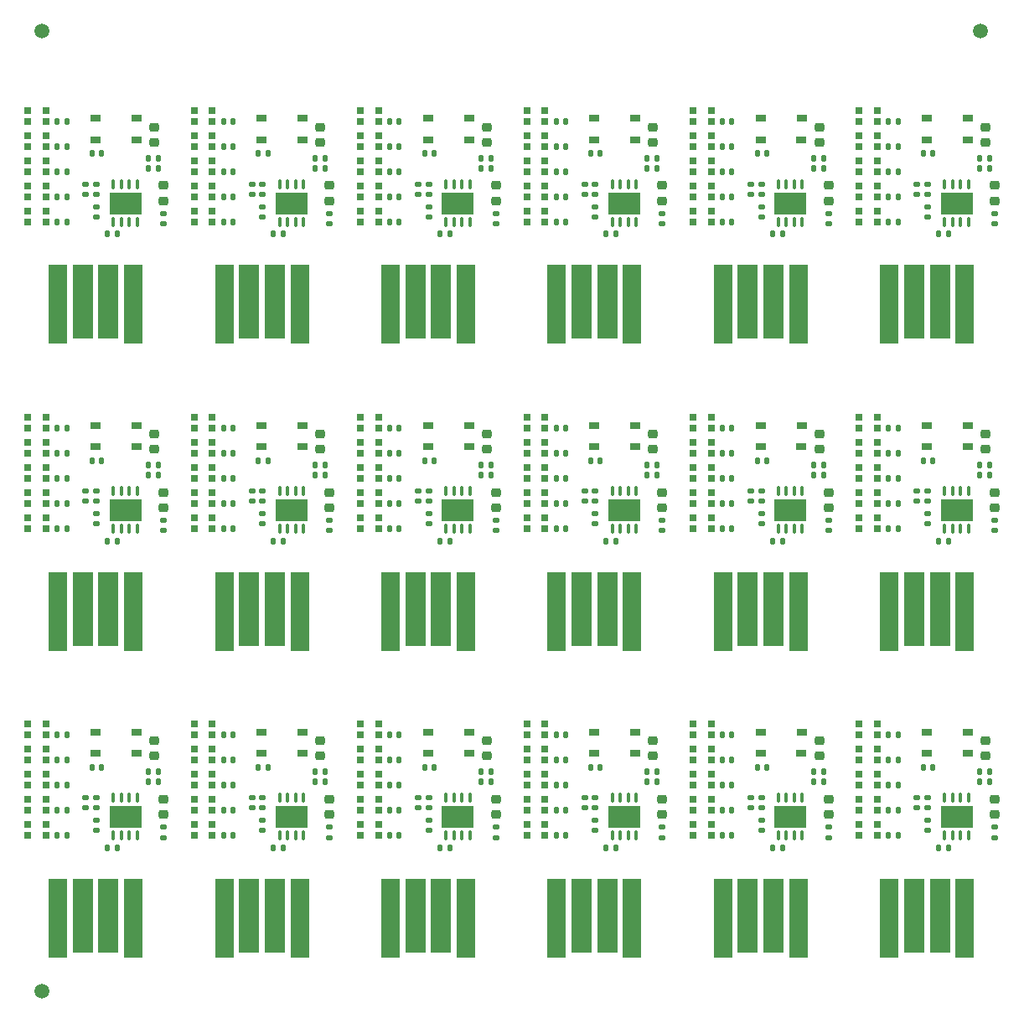
<source format=gts>
G04 #@! TF.GenerationSoftware,KiCad,Pcbnew,6.0.11-2627ca5db0~126~ubuntu22.04.1*
G04 #@! TF.CreationDate,2023-04-06T22:24:34+02:00*
G04 #@! TF.ProjectId,panel,70616e65-6c2e-46b6-9963-61645f706362,rev?*
G04 #@! TF.SameCoordinates,Original*
G04 #@! TF.FileFunction,Soldermask,Top*
G04 #@! TF.FilePolarity,Negative*
%FSLAX46Y46*%
G04 Gerber Fmt 4.6, Leading zero omitted, Abs format (unit mm)*
G04 Created by KiCad (PCBNEW 6.0.11-2627ca5db0~126~ubuntu22.04.1) date 2023-04-06 22:24:34*
%MOMM*%
%LPD*%
G01*
G04 APERTURE LIST*
G04 Aperture macros list*
%AMRoundRect*
0 Rectangle with rounded corners*
0 $1 Rounding radius*
0 $2 $3 $4 $5 $6 $7 $8 $9 X,Y pos of 4 corners*
0 Add a 4 corners polygon primitive as box body*
4,1,4,$2,$3,$4,$5,$6,$7,$8,$9,$2,$3,0*
0 Add four circle primitives for the rounded corners*
1,1,$1+$1,$2,$3*
1,1,$1+$1,$4,$5*
1,1,$1+$1,$6,$7*
1,1,$1+$1,$8,$9*
0 Add four rect primitives between the rounded corners*
20,1,$1+$1,$2,$3,$4,$5,0*
20,1,$1+$1,$4,$5,$6,$7,0*
20,1,$1+$1,$6,$7,$8,$9,0*
20,1,$1+$1,$8,$9,$2,$3,0*%
G04 Aperture macros list end*
%ADD10RoundRect,0.225000X0.250000X-0.225000X0.250000X0.225000X-0.250000X0.225000X-0.250000X-0.225000X0*%
%ADD11R,1.050000X0.650000*%
%ADD12R,1.900000X8.000000*%
%ADD13R,2.000000X7.500000*%
%ADD14R,0.700000X0.700000*%
%ADD15RoundRect,0.135000X0.185000X-0.135000X0.185000X0.135000X-0.185000X0.135000X-0.185000X-0.135000X0*%
%ADD16RoundRect,0.218750X0.256250X-0.218750X0.256250X0.218750X-0.256250X0.218750X-0.256250X-0.218750X0*%
%ADD17RoundRect,0.140000X-0.140000X-0.170000X0.140000X-0.170000X0.140000X0.170000X-0.140000X0.170000X0*%
%ADD18RoundRect,0.087500X-0.087500X0.387500X-0.087500X-0.387500X0.087500X-0.387500X0.087500X0.387500X0*%
%ADD19R,3.240000X2.300000*%
%ADD20RoundRect,0.135000X0.135000X0.185000X-0.135000X0.185000X-0.135000X-0.185000X0.135000X-0.185000X0*%
%ADD21RoundRect,0.140000X0.140000X0.170000X-0.140000X0.170000X-0.140000X-0.170000X0.140000X-0.170000X0*%
%ADD22RoundRect,0.135000X-0.135000X-0.185000X0.135000X-0.185000X0.135000X0.185000X-0.135000X0.185000X0*%
%ADD23C,1.500000*%
G04 APERTURE END LIST*
D10*
G04 #@! TO.C,C6*
X81020000Y-43740000D03*
X81020000Y-42190000D03*
G04 #@! TD*
D11*
G04 #@! TO.C,SW1*
X12045000Y-41315000D03*
X7895000Y-41315000D03*
X7895000Y-43465000D03*
X12020000Y-43465000D03*
G04 #@! TD*
D12*
G04 #@! TO.C,J1*
X95710000Y-60100000D03*
D13*
X93200000Y-59850000D03*
X90600000Y-59850000D03*
D12*
X88090000Y-60100000D03*
G04 #@! TD*
D14*
G04 #@! TO.C,D5*
X1055000Y-9500000D03*
X1055000Y-10600000D03*
X2885000Y-10600000D03*
X2885000Y-9500000D03*
G04 #@! TD*
D15*
G04 #@! TO.C,R2*
X41580000Y-79990000D03*
X41580000Y-78970000D03*
G04 #@! TD*
D16*
G04 #@! TO.C,D6*
X14750000Y-80662500D03*
X14750000Y-79087500D03*
G04 #@! TD*
D17*
G04 #@! TO.C,C3*
X71220000Y-77680000D03*
X72180000Y-77680000D03*
G04 #@! TD*
D18*
G04 #@! TO.C,U1*
X28900000Y-78970000D03*
X28100000Y-78970000D03*
X27300000Y-78970000D03*
X26500000Y-78970000D03*
X26500000Y-82770000D03*
X27300000Y-82770000D03*
X28100000Y-82770000D03*
X28900000Y-82770000D03*
D19*
X27700000Y-80870000D03*
G04 #@! TD*
D14*
G04 #@! TO.C,D1*
X1055000Y-19660000D03*
X1055000Y-20760000D03*
X2885000Y-20760000D03*
X2885000Y-19660000D03*
G04 #@! TD*
D17*
G04 #@! TO.C,C1*
X37620000Y-51760000D03*
X38580000Y-51760000D03*
G04 #@! TD*
D14*
G04 #@! TO.C,D2*
X34655000Y-17120000D03*
X34655000Y-18220000D03*
X36485000Y-18220000D03*
X36485000Y-17120000D03*
G04 #@! TD*
G04 #@! TO.C,D4*
X1055000Y-74040000D03*
X1055000Y-75140000D03*
X2885000Y-75140000D03*
X2885000Y-74040000D03*
G04 #@! TD*
D12*
G04 #@! TO.C,J1*
X62110000Y-91100000D03*
D13*
X59600000Y-90850000D03*
X57000000Y-90850000D03*
D12*
X54490000Y-91100000D03*
G04 #@! TD*
D15*
G04 #@! TO.C,R3*
X23700000Y-79990000D03*
X23700000Y-78970000D03*
G04 #@! TD*
D20*
G04 #@! TO.C,R4*
X81460000Y-45320000D03*
X80440000Y-45320000D03*
G04 #@! TD*
D21*
G04 #@! TO.C,C8*
X58900000Y-44860000D03*
X57940000Y-44860000D03*
G04 #@! TD*
D15*
G04 #@! TO.C,R6*
X14750000Y-51960000D03*
X14750000Y-50940000D03*
G04 #@! TD*
D14*
G04 #@! TO.C,D4*
X34655000Y-12040000D03*
X34655000Y-13140000D03*
X36485000Y-13140000D03*
X36485000Y-12040000D03*
G04 #@! TD*
D12*
G04 #@! TO.C,J1*
X78910000Y-91100000D03*
D13*
X76400000Y-90850000D03*
X73800000Y-90850000D03*
D12*
X71290000Y-91100000D03*
G04 #@! TD*
D16*
G04 #@! TO.C,D6*
X65150000Y-49662500D03*
X65150000Y-48087500D03*
G04 #@! TD*
D10*
G04 #@! TO.C,C6*
X81020000Y-12740000D03*
X81020000Y-11190000D03*
G04 #@! TD*
D14*
G04 #@! TO.C,D1*
X68255000Y-19660000D03*
X68255000Y-20760000D03*
X70085000Y-20760000D03*
X70085000Y-19660000D03*
G04 #@! TD*
G04 #@! TO.C,D1*
X17855000Y-19660000D03*
X17855000Y-20760000D03*
X19685000Y-20760000D03*
X19685000Y-19660000D03*
G04 #@! TD*
D22*
G04 #@! TO.C,R1*
X59470000Y-21990000D03*
X60490000Y-21990000D03*
G04 #@! TD*
D17*
G04 #@! TO.C,C4*
X20820000Y-13140000D03*
X21780000Y-13140000D03*
G04 #@! TD*
G04 #@! TO.C,C4*
X37620000Y-44140000D03*
X38580000Y-44140000D03*
G04 #@! TD*
D15*
G04 #@! TO.C,R2*
X24780000Y-17990000D03*
X24780000Y-16970000D03*
G04 #@! TD*
D17*
G04 #@! TO.C,C3*
X4020000Y-15680000D03*
X4980000Y-15680000D03*
G04 #@! TD*
D15*
G04 #@! TO.C,R3*
X74100000Y-17990000D03*
X74100000Y-16970000D03*
G04 #@! TD*
D17*
G04 #@! TO.C,C1*
X71220000Y-51760000D03*
X72180000Y-51760000D03*
G04 #@! TD*
D22*
G04 #@! TO.C,R1*
X42670000Y-83990000D03*
X43690000Y-83990000D03*
G04 #@! TD*
D16*
G04 #@! TO.C,D6*
X65150000Y-18662500D03*
X65150000Y-17087500D03*
G04 #@! TD*
D17*
G04 #@! TO.C,C4*
X4020000Y-44140000D03*
X4980000Y-44140000D03*
G04 #@! TD*
D14*
G04 #@! TO.C,D5*
X68255000Y-71500000D03*
X68255000Y-72600000D03*
X70085000Y-72600000D03*
X70085000Y-71500000D03*
G04 #@! TD*
D17*
G04 #@! TO.C,C2*
X88020000Y-18220000D03*
X88980000Y-18220000D03*
G04 #@! TD*
G04 #@! TO.C,C2*
X71220000Y-49220000D03*
X72180000Y-49220000D03*
G04 #@! TD*
G04 #@! TO.C,C3*
X37620000Y-77680000D03*
X38580000Y-77680000D03*
G04 #@! TD*
D12*
G04 #@! TO.C,J1*
X95710000Y-91100000D03*
D13*
X93200000Y-90850000D03*
X90600000Y-90850000D03*
D12*
X88090000Y-91100000D03*
G04 #@! TD*
D20*
G04 #@! TO.C,R4*
X31060000Y-14320000D03*
X30040000Y-14320000D03*
G04 #@! TD*
G04 #@! TO.C,R4*
X47860000Y-76320000D03*
X46840000Y-76320000D03*
G04 #@! TD*
D14*
G04 #@! TO.C,D2*
X68255000Y-48120000D03*
X68255000Y-49220000D03*
X70085000Y-49220000D03*
X70085000Y-48120000D03*
G04 #@! TD*
G04 #@! TO.C,D5*
X68255000Y-40500000D03*
X68255000Y-41600000D03*
X70085000Y-41600000D03*
X70085000Y-40500000D03*
G04 #@! TD*
G04 #@! TO.C,D5*
X68255000Y-9500000D03*
X68255000Y-10600000D03*
X70085000Y-10600000D03*
X70085000Y-9500000D03*
G04 #@! TD*
D11*
G04 #@! TO.C,SW1*
X12045000Y-72315000D03*
X7895000Y-72315000D03*
X7895000Y-74465000D03*
X12020000Y-74465000D03*
G04 #@! TD*
D15*
G04 #@! TO.C,R6*
X81950000Y-20960000D03*
X81950000Y-19940000D03*
G04 #@! TD*
D14*
G04 #@! TO.C,D3*
X1055000Y-14580000D03*
X1055000Y-15680000D03*
X2885000Y-15680000D03*
X2885000Y-14580000D03*
G04 #@! TD*
G04 #@! TO.C,D4*
X17855000Y-43040000D03*
X17855000Y-44140000D03*
X19685000Y-44140000D03*
X19685000Y-43040000D03*
G04 #@! TD*
D17*
G04 #@! TO.C,C2*
X54420000Y-49220000D03*
X55380000Y-49220000D03*
G04 #@! TD*
G04 #@! TO.C,C4*
X88020000Y-13140000D03*
X88980000Y-13140000D03*
G04 #@! TD*
D20*
G04 #@! TO.C,R5*
X64660000Y-46325000D03*
X63640000Y-46325000D03*
G04 #@! TD*
D23*
G04 #@! TO.C,REF\u002A\u002A*
X97300000Y-1500000D03*
G04 #@! TD*
D20*
G04 #@! TO.C,R5*
X31060000Y-77325000D03*
X30040000Y-77325000D03*
G04 #@! TD*
D17*
G04 #@! TO.C,C4*
X71220000Y-75140000D03*
X72180000Y-75140000D03*
G04 #@! TD*
D10*
G04 #@! TO.C,C6*
X81020000Y-74740000D03*
X81020000Y-73190000D03*
G04 #@! TD*
D15*
G04 #@! TO.C,R7*
X58380000Y-51260000D03*
X58380000Y-50240000D03*
G04 #@! TD*
D11*
G04 #@! TO.C,SW1*
X91895000Y-41315000D03*
X96045000Y-41315000D03*
X96020000Y-43465000D03*
X91895000Y-43465000D03*
G04 #@! TD*
D14*
G04 #@! TO.C,D4*
X17855000Y-74040000D03*
X17855000Y-75140000D03*
X19685000Y-75140000D03*
X19685000Y-74040000D03*
G04 #@! TD*
G04 #@! TO.C,D4*
X85055000Y-43040000D03*
X85055000Y-44140000D03*
X86885000Y-44140000D03*
X86885000Y-43040000D03*
G04 #@! TD*
D15*
G04 #@! TO.C,R6*
X48350000Y-82960000D03*
X48350000Y-81940000D03*
G04 #@! TD*
G04 #@! TO.C,R6*
X31550000Y-20960000D03*
X31550000Y-19940000D03*
G04 #@! TD*
D17*
G04 #@! TO.C,C5*
X37620000Y-41600000D03*
X38580000Y-41600000D03*
G04 #@! TD*
D20*
G04 #@! TO.C,R5*
X14260000Y-77325000D03*
X13240000Y-77325000D03*
G04 #@! TD*
D17*
G04 #@! TO.C,C1*
X37620000Y-20760000D03*
X38580000Y-20760000D03*
G04 #@! TD*
D15*
G04 #@! TO.C,R7*
X41580000Y-20260000D03*
X41580000Y-19240000D03*
G04 #@! TD*
G04 #@! TO.C,R2*
X75180000Y-48990000D03*
X75180000Y-47970000D03*
G04 #@! TD*
D16*
G04 #@! TO.C,D6*
X14750000Y-49662500D03*
X14750000Y-48087500D03*
G04 #@! TD*
D15*
G04 #@! TO.C,R3*
X6900000Y-48990000D03*
X6900000Y-47970000D03*
G04 #@! TD*
D17*
G04 #@! TO.C,C3*
X37620000Y-46680000D03*
X38580000Y-46680000D03*
G04 #@! TD*
D11*
G04 #@! TO.C,SW1*
X62445000Y-41315000D03*
X58295000Y-41315000D03*
X58295000Y-43465000D03*
X62420000Y-43465000D03*
G04 #@! TD*
D15*
G04 #@! TO.C,R7*
X24780000Y-82260000D03*
X24780000Y-81240000D03*
G04 #@! TD*
D21*
G04 #@! TO.C,C8*
X58900000Y-75860000D03*
X57940000Y-75860000D03*
G04 #@! TD*
D15*
G04 #@! TO.C,R7*
X41580000Y-82260000D03*
X41580000Y-81240000D03*
G04 #@! TD*
D20*
G04 #@! TO.C,R5*
X31060000Y-15325000D03*
X30040000Y-15325000D03*
G04 #@! TD*
D14*
G04 #@! TO.C,D5*
X51455000Y-9500000D03*
X51455000Y-10600000D03*
X53285000Y-10600000D03*
X53285000Y-9500000D03*
G04 #@! TD*
D17*
G04 #@! TO.C,C5*
X20820000Y-72600000D03*
X21780000Y-72600000D03*
G04 #@! TD*
D16*
G04 #@! TO.C,D6*
X48350000Y-49662500D03*
X48350000Y-48087500D03*
G04 #@! TD*
D17*
G04 #@! TO.C,C1*
X54420000Y-20760000D03*
X55380000Y-20760000D03*
G04 #@! TD*
D12*
G04 #@! TO.C,J1*
X11710000Y-91100000D03*
D13*
X9200000Y-90850000D03*
X6600000Y-90850000D03*
D12*
X4090000Y-91100000D03*
G04 #@! TD*
D17*
G04 #@! TO.C,C3*
X20820000Y-77680000D03*
X21780000Y-77680000D03*
G04 #@! TD*
D15*
G04 #@! TO.C,R6*
X81950000Y-82960000D03*
X81950000Y-81940000D03*
G04 #@! TD*
D14*
G04 #@! TO.C,D2*
X51455000Y-17120000D03*
X51455000Y-18220000D03*
X53285000Y-18220000D03*
X53285000Y-17120000D03*
G04 #@! TD*
D16*
G04 #@! TO.C,D6*
X31550000Y-49662500D03*
X31550000Y-48087500D03*
G04 #@! TD*
D20*
G04 #@! TO.C,R5*
X81460000Y-77325000D03*
X80440000Y-77325000D03*
G04 #@! TD*
D22*
G04 #@! TO.C,R1*
X42670000Y-52990000D03*
X43690000Y-52990000D03*
G04 #@! TD*
D15*
G04 #@! TO.C,R7*
X75180000Y-20260000D03*
X75180000Y-19240000D03*
G04 #@! TD*
D14*
G04 #@! TO.C,D4*
X68255000Y-12040000D03*
X68255000Y-13140000D03*
X70085000Y-13140000D03*
X70085000Y-12040000D03*
G04 #@! TD*
D17*
G04 #@! TO.C,C1*
X54420000Y-51760000D03*
X55380000Y-51760000D03*
G04 #@! TD*
D15*
G04 #@! TO.C,R7*
X24780000Y-51260000D03*
X24780000Y-50240000D03*
G04 #@! TD*
D14*
G04 #@! TO.C,D5*
X85055000Y-71500000D03*
X85055000Y-72600000D03*
X86885000Y-72600000D03*
X86885000Y-71500000D03*
G04 #@! TD*
G04 #@! TO.C,D3*
X68255000Y-14580000D03*
X68255000Y-15680000D03*
X70085000Y-15680000D03*
X70085000Y-14580000D03*
G04 #@! TD*
D23*
G04 #@! TO.C,REF\u002A\u002A*
X2500000Y-98500000D03*
G04 #@! TD*
D15*
G04 #@! TO.C,R2*
X58380000Y-17990000D03*
X58380000Y-16970000D03*
G04 #@! TD*
D21*
G04 #@! TO.C,C8*
X25300000Y-13860000D03*
X24340000Y-13860000D03*
G04 #@! TD*
D14*
G04 #@! TO.C,D3*
X51455000Y-45580000D03*
X51455000Y-46680000D03*
X53285000Y-46680000D03*
X53285000Y-45580000D03*
G04 #@! TD*
D15*
G04 #@! TO.C,R3*
X57300000Y-79990000D03*
X57300000Y-78970000D03*
G04 #@! TD*
D12*
G04 #@! TO.C,J1*
X78910000Y-29100000D03*
D13*
X76400000Y-28850000D03*
X73800000Y-28850000D03*
D12*
X71290000Y-29100000D03*
G04 #@! TD*
D15*
G04 #@! TO.C,R3*
X23700000Y-48990000D03*
X23700000Y-47970000D03*
G04 #@! TD*
G04 #@! TO.C,R7*
X58380000Y-82260000D03*
X58380000Y-81240000D03*
G04 #@! TD*
D20*
G04 #@! TO.C,R4*
X31060000Y-45320000D03*
X30040000Y-45320000D03*
G04 #@! TD*
D22*
G04 #@! TO.C,R1*
X93070000Y-52990000D03*
X94090000Y-52990000D03*
G04 #@! TD*
D17*
G04 #@! TO.C,C4*
X20820000Y-75140000D03*
X21780000Y-75140000D03*
G04 #@! TD*
D10*
G04 #@! TO.C,C6*
X13820000Y-74740000D03*
X13820000Y-73190000D03*
G04 #@! TD*
D14*
G04 #@! TO.C,D4*
X51455000Y-12040000D03*
X51455000Y-13140000D03*
X53285000Y-13140000D03*
X53285000Y-12040000D03*
G04 #@! TD*
D15*
G04 #@! TO.C,R3*
X74100000Y-48990000D03*
X74100000Y-47970000D03*
G04 #@! TD*
D20*
G04 #@! TO.C,R4*
X64660000Y-45320000D03*
X63640000Y-45320000D03*
G04 #@! TD*
D17*
G04 #@! TO.C,C2*
X20820000Y-80220000D03*
X21780000Y-80220000D03*
G04 #@! TD*
D15*
G04 #@! TO.C,R2*
X75180000Y-79990000D03*
X75180000Y-78970000D03*
G04 #@! TD*
D14*
G04 #@! TO.C,D3*
X17855000Y-14580000D03*
X17855000Y-15680000D03*
X19685000Y-15680000D03*
X19685000Y-14580000D03*
G04 #@! TD*
D12*
G04 #@! TO.C,J1*
X78910000Y-60100000D03*
D13*
X76400000Y-59850000D03*
X73800000Y-59850000D03*
D12*
X71290000Y-60100000D03*
G04 #@! TD*
G04 #@! TO.C,J1*
X28510000Y-29100000D03*
D13*
X26000000Y-28850000D03*
X23400000Y-28850000D03*
D12*
X20890000Y-29100000D03*
G04 #@! TD*
D14*
G04 #@! TO.C,D3*
X51455000Y-14580000D03*
X51455000Y-15680000D03*
X53285000Y-15680000D03*
X53285000Y-14580000D03*
G04 #@! TD*
D17*
G04 #@! TO.C,C2*
X71220000Y-18220000D03*
X72180000Y-18220000D03*
G04 #@! TD*
D20*
G04 #@! TO.C,R5*
X64660000Y-77325000D03*
X63640000Y-77325000D03*
G04 #@! TD*
D17*
G04 #@! TO.C,C5*
X71220000Y-72600000D03*
X72180000Y-72600000D03*
G04 #@! TD*
D14*
G04 #@! TO.C,D2*
X51455000Y-79120000D03*
X51455000Y-80220000D03*
X53285000Y-80220000D03*
X53285000Y-79120000D03*
G04 #@! TD*
D10*
G04 #@! TO.C,C6*
X97820000Y-74740000D03*
X97820000Y-73190000D03*
G04 #@! TD*
D17*
G04 #@! TO.C,C5*
X4020000Y-41600000D03*
X4980000Y-41600000D03*
G04 #@! TD*
D12*
G04 #@! TO.C,J1*
X62110000Y-29100000D03*
D13*
X59600000Y-28850000D03*
X57000000Y-28850000D03*
D12*
X54490000Y-29100000D03*
G04 #@! TD*
D14*
G04 #@! TO.C,D3*
X68255000Y-45580000D03*
X68255000Y-46680000D03*
X70085000Y-46680000D03*
X70085000Y-45580000D03*
G04 #@! TD*
D18*
G04 #@! TO.C,U1*
X45700000Y-47970000D03*
X44900000Y-47970000D03*
X44100000Y-47970000D03*
X43300000Y-47970000D03*
X43300000Y-51770000D03*
X44100000Y-51770000D03*
X44900000Y-51770000D03*
X45700000Y-51770000D03*
D19*
X44500000Y-49870000D03*
G04 #@! TD*
D17*
G04 #@! TO.C,C1*
X88020000Y-82760000D03*
X88980000Y-82760000D03*
G04 #@! TD*
G04 #@! TO.C,C1*
X88020000Y-51760000D03*
X88980000Y-51760000D03*
G04 #@! TD*
D20*
G04 #@! TO.C,R4*
X64660000Y-14320000D03*
X63640000Y-14320000D03*
G04 #@! TD*
D22*
G04 #@! TO.C,R1*
X9070000Y-21990000D03*
X10090000Y-21990000D03*
G04 #@! TD*
D17*
G04 #@! TO.C,C2*
X54420000Y-80220000D03*
X55380000Y-80220000D03*
G04 #@! TD*
G04 #@! TO.C,C5*
X4020000Y-72600000D03*
X4980000Y-72600000D03*
G04 #@! TD*
D14*
G04 #@! TO.C,D3*
X34655000Y-14580000D03*
X34655000Y-15680000D03*
X36485000Y-15680000D03*
X36485000Y-14580000D03*
G04 #@! TD*
D11*
G04 #@! TO.C,SW1*
X45645000Y-72315000D03*
X41495000Y-72315000D03*
X41495000Y-74465000D03*
X45620000Y-74465000D03*
G04 #@! TD*
D14*
G04 #@! TO.C,D1*
X68255000Y-50660000D03*
X68255000Y-51760000D03*
X70085000Y-51760000D03*
X70085000Y-50660000D03*
G04 #@! TD*
D17*
G04 #@! TO.C,C4*
X4020000Y-13140000D03*
X4980000Y-13140000D03*
G04 #@! TD*
D22*
G04 #@! TO.C,R1*
X42670000Y-21990000D03*
X43690000Y-21990000D03*
G04 #@! TD*
D17*
G04 #@! TO.C,C4*
X20820000Y-44140000D03*
X21780000Y-44140000D03*
G04 #@! TD*
D20*
G04 #@! TO.C,R4*
X98260000Y-14320000D03*
X97240000Y-14320000D03*
G04 #@! TD*
D14*
G04 #@! TO.C,D4*
X68255000Y-74040000D03*
X68255000Y-75140000D03*
X70085000Y-75140000D03*
X70085000Y-74040000D03*
G04 #@! TD*
D11*
G04 #@! TO.C,SW1*
X96045000Y-72315000D03*
X91895000Y-72315000D03*
X96020000Y-74465000D03*
X91895000Y-74465000D03*
G04 #@! TD*
D17*
G04 #@! TO.C,C4*
X37620000Y-75140000D03*
X38580000Y-75140000D03*
G04 #@! TD*
G04 #@! TO.C,C4*
X54420000Y-13140000D03*
X55380000Y-13140000D03*
G04 #@! TD*
D16*
G04 #@! TO.C,D6*
X81950000Y-80662500D03*
X81950000Y-79087500D03*
G04 #@! TD*
D21*
G04 #@! TO.C,C8*
X25300000Y-75860000D03*
X24340000Y-75860000D03*
G04 #@! TD*
D10*
G04 #@! TO.C,C6*
X30620000Y-74740000D03*
X30620000Y-73190000D03*
G04 #@! TD*
D11*
G04 #@! TO.C,SW1*
X96045000Y-10315000D03*
X91895000Y-10315000D03*
X91895000Y-12465000D03*
X96020000Y-12465000D03*
G04 #@! TD*
D20*
G04 #@! TO.C,R4*
X14260000Y-14320000D03*
X13240000Y-14320000D03*
G04 #@! TD*
D14*
G04 #@! TO.C,D3*
X34655000Y-76580000D03*
X34655000Y-77680000D03*
X36485000Y-77680000D03*
X36485000Y-76580000D03*
G04 #@! TD*
D18*
G04 #@! TO.C,U1*
X12100000Y-78970000D03*
X11300000Y-78970000D03*
X10500000Y-78970000D03*
X9700000Y-78970000D03*
X9700000Y-82770000D03*
X10500000Y-82770000D03*
X11300000Y-82770000D03*
X12100000Y-82770000D03*
D19*
X10900000Y-80870000D03*
G04 #@! TD*
D14*
G04 #@! TO.C,D5*
X34655000Y-40500000D03*
X34655000Y-41600000D03*
X36485000Y-41600000D03*
X36485000Y-40500000D03*
G04 #@! TD*
D15*
G04 #@! TO.C,R3*
X23700000Y-17990000D03*
X23700000Y-16970000D03*
G04 #@! TD*
G04 #@! TO.C,R6*
X98750000Y-20960000D03*
X98750000Y-19940000D03*
G04 #@! TD*
D22*
G04 #@! TO.C,R1*
X76270000Y-21990000D03*
X77290000Y-21990000D03*
G04 #@! TD*
D20*
G04 #@! TO.C,R4*
X14260000Y-45320000D03*
X13240000Y-45320000D03*
G04 #@! TD*
D15*
G04 #@! TO.C,R2*
X91980000Y-79990000D03*
X91980000Y-78970000D03*
G04 #@! TD*
D14*
G04 #@! TO.C,D3*
X85055000Y-14580000D03*
X85055000Y-15680000D03*
X86885000Y-15680000D03*
X86885000Y-14580000D03*
G04 #@! TD*
D17*
G04 #@! TO.C,C2*
X88020000Y-49220000D03*
X88980000Y-49220000D03*
G04 #@! TD*
D14*
G04 #@! TO.C,D3*
X17855000Y-45580000D03*
X17855000Y-46680000D03*
X19685000Y-46680000D03*
X19685000Y-45580000D03*
G04 #@! TD*
D18*
G04 #@! TO.C,U1*
X62500000Y-78970000D03*
X61700000Y-78970000D03*
X60900000Y-78970000D03*
X60100000Y-78970000D03*
X60100000Y-82770000D03*
X60900000Y-82770000D03*
X61700000Y-82770000D03*
X62500000Y-82770000D03*
D19*
X61300000Y-80870000D03*
G04 #@! TD*
D11*
G04 #@! TO.C,SW1*
X79245000Y-41315000D03*
X75095000Y-41315000D03*
X75095000Y-43465000D03*
X79220000Y-43465000D03*
G04 #@! TD*
D15*
G04 #@! TO.C,R6*
X98750000Y-82960000D03*
X98750000Y-81940000D03*
G04 #@! TD*
D10*
G04 #@! TO.C,C6*
X64220000Y-43740000D03*
X64220000Y-42190000D03*
G04 #@! TD*
G04 #@! TO.C,C6*
X97820000Y-43740000D03*
X97820000Y-42190000D03*
G04 #@! TD*
D17*
G04 #@! TO.C,C3*
X54420000Y-77680000D03*
X55380000Y-77680000D03*
G04 #@! TD*
D15*
G04 #@! TO.C,R6*
X14750000Y-82960000D03*
X14750000Y-81940000D03*
G04 #@! TD*
D21*
G04 #@! TO.C,C8*
X25300000Y-44860000D03*
X24340000Y-44860000D03*
G04 #@! TD*
D14*
G04 #@! TO.C,D1*
X85055000Y-81660000D03*
X85055000Y-82760000D03*
X86885000Y-82760000D03*
X86885000Y-81660000D03*
G04 #@! TD*
D17*
G04 #@! TO.C,C1*
X20820000Y-51760000D03*
X21780000Y-51760000D03*
G04 #@! TD*
G04 #@! TO.C,C2*
X20820000Y-49220000D03*
X21780000Y-49220000D03*
G04 #@! TD*
D12*
G04 #@! TO.C,J1*
X11710000Y-29100000D03*
D13*
X9200000Y-28850000D03*
X6600000Y-28850000D03*
D12*
X4090000Y-29100000D03*
G04 #@! TD*
D17*
G04 #@! TO.C,C3*
X71220000Y-15680000D03*
X72180000Y-15680000D03*
G04 #@! TD*
D15*
G04 #@! TO.C,R3*
X90900000Y-17990000D03*
X90900000Y-16970000D03*
G04 #@! TD*
G04 #@! TO.C,R7*
X75180000Y-51260000D03*
X75180000Y-50240000D03*
G04 #@! TD*
D14*
G04 #@! TO.C,D3*
X85055000Y-45580000D03*
X85055000Y-46680000D03*
X86885000Y-46680000D03*
X86885000Y-45580000D03*
G04 #@! TD*
D15*
G04 #@! TO.C,R6*
X65150000Y-82960000D03*
X65150000Y-81940000D03*
G04 #@! TD*
G04 #@! TO.C,R2*
X58380000Y-48990000D03*
X58380000Y-47970000D03*
G04 #@! TD*
D17*
G04 #@! TO.C,C3*
X4020000Y-77680000D03*
X4980000Y-77680000D03*
G04 #@! TD*
D10*
G04 #@! TO.C,C6*
X30620000Y-43740000D03*
X30620000Y-42190000D03*
G04 #@! TD*
D15*
G04 #@! TO.C,R3*
X40500000Y-79990000D03*
X40500000Y-78970000D03*
G04 #@! TD*
D14*
G04 #@! TO.C,D2*
X17855000Y-17120000D03*
X17855000Y-18220000D03*
X19685000Y-18220000D03*
X19685000Y-17120000D03*
G04 #@! TD*
D21*
G04 #@! TO.C,C8*
X75700000Y-75860000D03*
X74740000Y-75860000D03*
G04 #@! TD*
D17*
G04 #@! TO.C,C2*
X37620000Y-80220000D03*
X38580000Y-80220000D03*
G04 #@! TD*
D20*
G04 #@! TO.C,R4*
X98260000Y-45320000D03*
X97240000Y-45320000D03*
G04 #@! TD*
D18*
G04 #@! TO.C,U1*
X12100000Y-47970000D03*
X11300000Y-47970000D03*
X10500000Y-47970000D03*
X9700000Y-47970000D03*
X9700000Y-51770000D03*
X10500000Y-51770000D03*
X11300000Y-51770000D03*
X12100000Y-51770000D03*
D19*
X10900000Y-49870000D03*
G04 #@! TD*
D10*
G04 #@! TO.C,C6*
X47420000Y-74740000D03*
X47420000Y-73190000D03*
G04 #@! TD*
D17*
G04 #@! TO.C,C4*
X37620000Y-13140000D03*
X38580000Y-13140000D03*
G04 #@! TD*
G04 #@! TO.C,C4*
X54420000Y-75140000D03*
X55380000Y-75140000D03*
G04 #@! TD*
G04 #@! TO.C,C3*
X54420000Y-15680000D03*
X55380000Y-15680000D03*
G04 #@! TD*
G04 #@! TO.C,C1*
X20820000Y-20760000D03*
X21780000Y-20760000D03*
G04 #@! TD*
D18*
G04 #@! TO.C,U1*
X79300000Y-47970000D03*
X78500000Y-47970000D03*
X77700000Y-47970000D03*
X76900000Y-47970000D03*
X76900000Y-51770000D03*
X77700000Y-51770000D03*
X78500000Y-51770000D03*
X79300000Y-51770000D03*
D19*
X78100000Y-49870000D03*
G04 #@! TD*
D14*
G04 #@! TO.C,D1*
X85055000Y-19660000D03*
X85055000Y-20760000D03*
X86885000Y-20760000D03*
X86885000Y-19660000D03*
G04 #@! TD*
D15*
G04 #@! TO.C,R7*
X91980000Y-82260000D03*
X91980000Y-81240000D03*
G04 #@! TD*
D14*
G04 #@! TO.C,D4*
X85055000Y-12040000D03*
X85055000Y-13140000D03*
X86885000Y-13140000D03*
X86885000Y-12040000D03*
G04 #@! TD*
D20*
G04 #@! TO.C,R5*
X14260000Y-15325000D03*
X13240000Y-15325000D03*
G04 #@! TD*
D21*
G04 #@! TO.C,C8*
X8500000Y-75860000D03*
X7540000Y-75860000D03*
G04 #@! TD*
D14*
G04 #@! TO.C,D5*
X1055000Y-40500000D03*
X1055000Y-41600000D03*
X2885000Y-41600000D03*
X2885000Y-40500000D03*
G04 #@! TD*
G04 #@! TO.C,D2*
X85055000Y-17120000D03*
X85055000Y-18220000D03*
X86885000Y-18220000D03*
X86885000Y-17120000D03*
G04 #@! TD*
D17*
G04 #@! TO.C,C1*
X20820000Y-82760000D03*
X21780000Y-82760000D03*
G04 #@! TD*
D15*
G04 #@! TO.C,R3*
X57300000Y-17990000D03*
X57300000Y-16970000D03*
G04 #@! TD*
D21*
G04 #@! TO.C,C8*
X42100000Y-13860000D03*
X41140000Y-13860000D03*
G04 #@! TD*
D17*
G04 #@! TO.C,C1*
X4020000Y-51760000D03*
X4980000Y-51760000D03*
G04 #@! TD*
D20*
G04 #@! TO.C,R5*
X81460000Y-15325000D03*
X80440000Y-15325000D03*
G04 #@! TD*
D10*
G04 #@! TO.C,C6*
X47420000Y-43740000D03*
X47420000Y-42190000D03*
G04 #@! TD*
D16*
G04 #@! TO.C,D6*
X81950000Y-49662500D03*
X81950000Y-48087500D03*
G04 #@! TD*
G04 #@! TO.C,D6*
X98750000Y-49662500D03*
X98750000Y-48087500D03*
G04 #@! TD*
D21*
G04 #@! TO.C,C8*
X75700000Y-13860000D03*
X74740000Y-13860000D03*
G04 #@! TD*
D14*
G04 #@! TO.C,D4*
X68255000Y-43040000D03*
X68255000Y-44140000D03*
X70085000Y-44140000D03*
X70085000Y-43040000D03*
G04 #@! TD*
G04 #@! TO.C,D5*
X85055000Y-9500000D03*
X85055000Y-10600000D03*
X86885000Y-10600000D03*
X86885000Y-9500000D03*
G04 #@! TD*
D15*
G04 #@! TO.C,R2*
X24780000Y-79990000D03*
X24780000Y-78970000D03*
G04 #@! TD*
G04 #@! TO.C,R7*
X58380000Y-20260000D03*
X58380000Y-19240000D03*
G04 #@! TD*
D17*
G04 #@! TO.C,C5*
X54420000Y-41600000D03*
X55380000Y-41600000D03*
G04 #@! TD*
D15*
G04 #@! TO.C,R7*
X91980000Y-20260000D03*
X91980000Y-19240000D03*
G04 #@! TD*
G04 #@! TO.C,R2*
X7980000Y-48990000D03*
X7980000Y-47970000D03*
G04 #@! TD*
G04 #@! TO.C,R6*
X65150000Y-20960000D03*
X65150000Y-19940000D03*
G04 #@! TD*
D10*
G04 #@! TO.C,C6*
X64220000Y-12740000D03*
X64220000Y-11190000D03*
G04 #@! TD*
D14*
G04 #@! TO.C,D2*
X34655000Y-48120000D03*
X34655000Y-49220000D03*
X36485000Y-49220000D03*
X36485000Y-48120000D03*
G04 #@! TD*
D17*
G04 #@! TO.C,C5*
X54420000Y-10600000D03*
X55380000Y-10600000D03*
G04 #@! TD*
D15*
G04 #@! TO.C,R2*
X91980000Y-48990000D03*
X91980000Y-47970000D03*
G04 #@! TD*
G04 #@! TO.C,R6*
X48350000Y-20960000D03*
X48350000Y-19940000D03*
G04 #@! TD*
D14*
G04 #@! TO.C,D4*
X51455000Y-43040000D03*
X51455000Y-44140000D03*
X53285000Y-44140000D03*
X53285000Y-43040000D03*
G04 #@! TD*
D16*
G04 #@! TO.C,D6*
X65150000Y-80662500D03*
X65150000Y-79087500D03*
G04 #@! TD*
D18*
G04 #@! TO.C,U1*
X45700000Y-16970000D03*
X44900000Y-16970000D03*
X44100000Y-16970000D03*
X43300000Y-16970000D03*
X43300000Y-20770000D03*
X44100000Y-20770000D03*
X44900000Y-20770000D03*
X45700000Y-20770000D03*
D19*
X44500000Y-18870000D03*
G04 #@! TD*
D17*
G04 #@! TO.C,C5*
X71220000Y-41600000D03*
X72180000Y-41600000D03*
G04 #@! TD*
D11*
G04 #@! TO.C,SW1*
X41495000Y-41315000D03*
X45645000Y-41315000D03*
X45620000Y-43465000D03*
X41495000Y-43465000D03*
G04 #@! TD*
D17*
G04 #@! TO.C,C5*
X71220000Y-10600000D03*
X72180000Y-10600000D03*
G04 #@! TD*
G04 #@! TO.C,C4*
X71220000Y-44140000D03*
X72180000Y-44140000D03*
G04 #@! TD*
D15*
G04 #@! TO.C,R2*
X7980000Y-79990000D03*
X7980000Y-78970000D03*
G04 #@! TD*
D14*
G04 #@! TO.C,D5*
X51455000Y-40500000D03*
X51455000Y-41600000D03*
X53285000Y-41600000D03*
X53285000Y-40500000D03*
G04 #@! TD*
D22*
G04 #@! TO.C,R1*
X25870000Y-21990000D03*
X26890000Y-21990000D03*
G04 #@! TD*
D15*
G04 #@! TO.C,R3*
X40500000Y-48990000D03*
X40500000Y-47970000D03*
G04 #@! TD*
D17*
G04 #@! TO.C,C5*
X37620000Y-10600000D03*
X38580000Y-10600000D03*
G04 #@! TD*
G04 #@! TO.C,C5*
X37620000Y-72600000D03*
X38580000Y-72600000D03*
G04 #@! TD*
G04 #@! TO.C,C2*
X4020000Y-80220000D03*
X4980000Y-80220000D03*
G04 #@! TD*
D15*
G04 #@! TO.C,R7*
X24780000Y-20260000D03*
X24780000Y-19240000D03*
G04 #@! TD*
D14*
G04 #@! TO.C,D3*
X34655000Y-45580000D03*
X34655000Y-46680000D03*
X36485000Y-46680000D03*
X36485000Y-45580000D03*
G04 #@! TD*
D17*
G04 #@! TO.C,C2*
X37620000Y-18220000D03*
X38580000Y-18220000D03*
G04 #@! TD*
D14*
G04 #@! TO.C,D1*
X51455000Y-81660000D03*
X51455000Y-82760000D03*
X53285000Y-82760000D03*
X53285000Y-81660000D03*
G04 #@! TD*
G04 #@! TO.C,D5*
X17855000Y-71500000D03*
X17855000Y-72600000D03*
X19685000Y-72600000D03*
X19685000Y-71500000D03*
G04 #@! TD*
G04 #@! TO.C,D3*
X85055000Y-76580000D03*
X85055000Y-77680000D03*
X86885000Y-77680000D03*
X86885000Y-76580000D03*
G04 #@! TD*
G04 #@! TO.C,D3*
X1055000Y-76580000D03*
X1055000Y-77680000D03*
X2885000Y-77680000D03*
X2885000Y-76580000D03*
G04 #@! TD*
D11*
G04 #@! TO.C,SW1*
X28845000Y-41315000D03*
X24695000Y-41315000D03*
X28820000Y-43465000D03*
X24695000Y-43465000D03*
G04 #@! TD*
D22*
G04 #@! TO.C,R1*
X25870000Y-83990000D03*
X26890000Y-83990000D03*
G04 #@! TD*
D11*
G04 #@! TO.C,SW1*
X75095000Y-10315000D03*
X79245000Y-10315000D03*
X79220000Y-12465000D03*
X75095000Y-12465000D03*
G04 #@! TD*
D14*
G04 #@! TO.C,D4*
X1055000Y-43040000D03*
X1055000Y-44140000D03*
X2885000Y-44140000D03*
X2885000Y-43040000D03*
G04 #@! TD*
D12*
G04 #@! TO.C,J1*
X28510000Y-91100000D03*
D13*
X26000000Y-90850000D03*
X23400000Y-90850000D03*
D12*
X20890000Y-91100000D03*
G04 #@! TD*
D18*
G04 #@! TO.C,U1*
X96100000Y-16970000D03*
X95300000Y-16970000D03*
X94500000Y-16970000D03*
X93700000Y-16970000D03*
X93700000Y-20770000D03*
X94500000Y-20770000D03*
X95300000Y-20770000D03*
X96100000Y-20770000D03*
D19*
X94900000Y-18870000D03*
G04 #@! TD*
D17*
G04 #@! TO.C,C5*
X88020000Y-10600000D03*
X88980000Y-10600000D03*
G04 #@! TD*
D20*
G04 #@! TO.C,R4*
X47860000Y-14320000D03*
X46840000Y-14320000D03*
G04 #@! TD*
D16*
G04 #@! TO.C,D6*
X98750000Y-80662500D03*
X98750000Y-79087500D03*
G04 #@! TD*
D11*
G04 #@! TO.C,SW1*
X12045000Y-10315000D03*
X7895000Y-10315000D03*
X12020000Y-12465000D03*
X7895000Y-12465000D03*
G04 #@! TD*
D17*
G04 #@! TO.C,C1*
X37620000Y-82760000D03*
X38580000Y-82760000D03*
G04 #@! TD*
D14*
G04 #@! TO.C,D1*
X51455000Y-50660000D03*
X51455000Y-51760000D03*
X53285000Y-51760000D03*
X53285000Y-50660000D03*
G04 #@! TD*
D18*
G04 #@! TO.C,U1*
X28900000Y-47970000D03*
X28100000Y-47970000D03*
X27300000Y-47970000D03*
X26500000Y-47970000D03*
X26500000Y-51770000D03*
X27300000Y-51770000D03*
X28100000Y-51770000D03*
X28900000Y-51770000D03*
D19*
X27700000Y-49870000D03*
G04 #@! TD*
D14*
G04 #@! TO.C,D1*
X34655000Y-81660000D03*
X34655000Y-82760000D03*
X36485000Y-82760000D03*
X36485000Y-81660000D03*
G04 #@! TD*
D17*
G04 #@! TO.C,C1*
X88020000Y-20760000D03*
X88980000Y-20760000D03*
G04 #@! TD*
D20*
G04 #@! TO.C,R5*
X47860000Y-46325000D03*
X46840000Y-46325000D03*
G04 #@! TD*
D18*
G04 #@! TO.C,U1*
X96100000Y-78970000D03*
X95300000Y-78970000D03*
X94500000Y-78970000D03*
X93700000Y-78970000D03*
X93700000Y-82770000D03*
X94500000Y-82770000D03*
X95300000Y-82770000D03*
X96100000Y-82770000D03*
D19*
X94900000Y-80870000D03*
G04 #@! TD*
D20*
G04 #@! TO.C,R5*
X31060000Y-46325000D03*
X30040000Y-46325000D03*
G04 #@! TD*
D22*
G04 #@! TO.C,R1*
X9070000Y-83990000D03*
X10090000Y-83990000D03*
G04 #@! TD*
D21*
G04 #@! TO.C,C8*
X92500000Y-75860000D03*
X91540000Y-75860000D03*
G04 #@! TD*
G04 #@! TO.C,C8*
X92500000Y-13860000D03*
X91540000Y-13860000D03*
G04 #@! TD*
D14*
G04 #@! TO.C,D2*
X1055000Y-79120000D03*
X1055000Y-80220000D03*
X2885000Y-80220000D03*
X2885000Y-79120000D03*
G04 #@! TD*
D15*
G04 #@! TO.C,R3*
X6900000Y-17990000D03*
X6900000Y-16970000D03*
G04 #@! TD*
D17*
G04 #@! TO.C,C4*
X71220000Y-13140000D03*
X72180000Y-13140000D03*
G04 #@! TD*
D15*
G04 #@! TO.C,R2*
X24780000Y-48990000D03*
X24780000Y-47970000D03*
G04 #@! TD*
G04 #@! TO.C,R7*
X75180000Y-82260000D03*
X75180000Y-81240000D03*
G04 #@! TD*
D11*
G04 #@! TO.C,SW1*
X58295000Y-72315000D03*
X62445000Y-72315000D03*
X62420000Y-74465000D03*
X58295000Y-74465000D03*
G04 #@! TD*
D20*
G04 #@! TO.C,R4*
X81460000Y-14320000D03*
X80440000Y-14320000D03*
G04 #@! TD*
D22*
G04 #@! TO.C,R1*
X59470000Y-52990000D03*
X60490000Y-52990000D03*
G04 #@! TD*
G04 #@! TO.C,R1*
X93070000Y-83990000D03*
X94090000Y-83990000D03*
G04 #@! TD*
D14*
G04 #@! TO.C,D2*
X34655000Y-79120000D03*
X34655000Y-80220000D03*
X36485000Y-80220000D03*
X36485000Y-79120000D03*
G04 #@! TD*
D15*
G04 #@! TO.C,R6*
X31550000Y-82960000D03*
X31550000Y-81940000D03*
G04 #@! TD*
D17*
G04 #@! TO.C,C2*
X20820000Y-18220000D03*
X21780000Y-18220000D03*
G04 #@! TD*
D11*
G04 #@! TO.C,SW1*
X62445000Y-10315000D03*
X58295000Y-10315000D03*
X62420000Y-12465000D03*
X58295000Y-12465000D03*
G04 #@! TD*
D17*
G04 #@! TO.C,C1*
X4020000Y-82760000D03*
X4980000Y-82760000D03*
G04 #@! TD*
D12*
G04 #@! TO.C,J1*
X11710000Y-60100000D03*
D13*
X9200000Y-59850000D03*
X6600000Y-59850000D03*
D12*
X4090000Y-60100000D03*
G04 #@! TD*
D17*
G04 #@! TO.C,C5*
X54420000Y-72600000D03*
X55380000Y-72600000D03*
G04 #@! TD*
D11*
G04 #@! TO.C,SW1*
X45645000Y-10315000D03*
X41495000Y-10315000D03*
X41495000Y-12465000D03*
X45620000Y-12465000D03*
G04 #@! TD*
D21*
G04 #@! TO.C,C8*
X8500000Y-13860000D03*
X7540000Y-13860000D03*
G04 #@! TD*
D14*
G04 #@! TO.C,D3*
X51455000Y-76580000D03*
X51455000Y-77680000D03*
X53285000Y-77680000D03*
X53285000Y-76580000D03*
G04 #@! TD*
D15*
G04 #@! TO.C,R7*
X7980000Y-20260000D03*
X7980000Y-19240000D03*
G04 #@! TD*
D22*
G04 #@! TO.C,R1*
X25870000Y-52990000D03*
X26890000Y-52990000D03*
G04 #@! TD*
D16*
G04 #@! TO.C,D6*
X48350000Y-80662500D03*
X48350000Y-79087500D03*
G04 #@! TD*
D21*
G04 #@! TO.C,C8*
X92500000Y-44860000D03*
X91540000Y-44860000D03*
G04 #@! TD*
D10*
G04 #@! TO.C,C6*
X13820000Y-12740000D03*
X13820000Y-11190000D03*
G04 #@! TD*
D14*
G04 #@! TO.C,D4*
X34655000Y-74040000D03*
X34655000Y-75140000D03*
X36485000Y-75140000D03*
X36485000Y-74040000D03*
G04 #@! TD*
D20*
G04 #@! TO.C,R5*
X81460000Y-46325000D03*
X80440000Y-46325000D03*
G04 #@! TD*
D14*
G04 #@! TO.C,D5*
X85055000Y-40500000D03*
X85055000Y-41600000D03*
X86885000Y-41600000D03*
X86885000Y-40500000D03*
G04 #@! TD*
D22*
G04 #@! TO.C,R1*
X76270000Y-83990000D03*
X77290000Y-83990000D03*
G04 #@! TD*
D20*
G04 #@! TO.C,R4*
X81460000Y-76320000D03*
X80440000Y-76320000D03*
G04 #@! TD*
D12*
G04 #@! TO.C,J1*
X45310000Y-60100000D03*
D13*
X42800000Y-59850000D03*
X40200000Y-59850000D03*
D12*
X37690000Y-60100000D03*
G04 #@! TD*
D15*
G04 #@! TO.C,R7*
X7980000Y-82260000D03*
X7980000Y-81240000D03*
G04 #@! TD*
D20*
G04 #@! TO.C,R5*
X98260000Y-77325000D03*
X97240000Y-77325000D03*
G04 #@! TD*
D10*
G04 #@! TO.C,C6*
X13820000Y-43740000D03*
X13820000Y-42190000D03*
G04 #@! TD*
D17*
G04 #@! TO.C,C2*
X54420000Y-18220000D03*
X55380000Y-18220000D03*
G04 #@! TD*
D18*
G04 #@! TO.C,U1*
X79300000Y-16970000D03*
X78500000Y-16970000D03*
X77700000Y-16970000D03*
X76900000Y-16970000D03*
X76900000Y-20770000D03*
X77700000Y-20770000D03*
X78500000Y-20770000D03*
X79300000Y-20770000D03*
D19*
X78100000Y-18870000D03*
G04 #@! TD*
D17*
G04 #@! TO.C,C1*
X4020000Y-20760000D03*
X4980000Y-20760000D03*
G04 #@! TD*
G04 #@! TO.C,C5*
X88020000Y-41600000D03*
X88980000Y-41600000D03*
G04 #@! TD*
G04 #@! TO.C,C2*
X71220000Y-80220000D03*
X72180000Y-80220000D03*
G04 #@! TD*
D16*
G04 #@! TO.C,D6*
X48350000Y-18662500D03*
X48350000Y-17087500D03*
G04 #@! TD*
D14*
G04 #@! TO.C,D2*
X17855000Y-79120000D03*
X17855000Y-80220000D03*
X19685000Y-80220000D03*
X19685000Y-79120000D03*
G04 #@! TD*
D15*
G04 #@! TO.C,R6*
X31550000Y-51960000D03*
X31550000Y-50940000D03*
G04 #@! TD*
G04 #@! TO.C,R7*
X7980000Y-51260000D03*
X7980000Y-50240000D03*
G04 #@! TD*
D14*
G04 #@! TO.C,D1*
X51455000Y-19660000D03*
X51455000Y-20760000D03*
X53285000Y-20760000D03*
X53285000Y-19660000D03*
G04 #@! TD*
G04 #@! TO.C,D5*
X17855000Y-9500000D03*
X17855000Y-10600000D03*
X19685000Y-10600000D03*
X19685000Y-9500000D03*
G04 #@! TD*
D15*
G04 #@! TO.C,R7*
X91980000Y-51260000D03*
X91980000Y-50240000D03*
G04 #@! TD*
D14*
G04 #@! TO.C,D1*
X34655000Y-50660000D03*
X34655000Y-51760000D03*
X36485000Y-51760000D03*
X36485000Y-50660000D03*
G04 #@! TD*
D20*
G04 #@! TO.C,R4*
X47860000Y-45320000D03*
X46840000Y-45320000D03*
G04 #@! TD*
G04 #@! TO.C,R5*
X98260000Y-46325000D03*
X97240000Y-46325000D03*
G04 #@! TD*
D14*
G04 #@! TO.C,D2*
X68255000Y-17120000D03*
X68255000Y-18220000D03*
X70085000Y-18220000D03*
X70085000Y-17120000D03*
G04 #@! TD*
D15*
G04 #@! TO.C,R6*
X65150000Y-51960000D03*
X65150000Y-50940000D03*
G04 #@! TD*
D11*
G04 #@! TO.C,SW1*
X24695000Y-10315000D03*
X28845000Y-10315000D03*
X24695000Y-12465000D03*
X28820000Y-12465000D03*
G04 #@! TD*
D20*
G04 #@! TO.C,R4*
X31060000Y-76320000D03*
X30040000Y-76320000D03*
G04 #@! TD*
D14*
G04 #@! TO.C,D4*
X1055000Y-12040000D03*
X1055000Y-13140000D03*
X2885000Y-13140000D03*
X2885000Y-12040000D03*
G04 #@! TD*
D17*
G04 #@! TO.C,C2*
X4020000Y-49220000D03*
X4980000Y-49220000D03*
G04 #@! TD*
D15*
G04 #@! TO.C,R2*
X75180000Y-17990000D03*
X75180000Y-16970000D03*
G04 #@! TD*
G04 #@! TO.C,R3*
X90900000Y-79990000D03*
X90900000Y-78970000D03*
G04 #@! TD*
D21*
G04 #@! TO.C,C8*
X58900000Y-13860000D03*
X57940000Y-13860000D03*
G04 #@! TD*
D22*
G04 #@! TO.C,R1*
X93070000Y-21990000D03*
X94090000Y-21990000D03*
G04 #@! TD*
D17*
G04 #@! TO.C,C3*
X20820000Y-46680000D03*
X21780000Y-46680000D03*
G04 #@! TD*
D20*
G04 #@! TO.C,R5*
X98260000Y-15325000D03*
X97240000Y-15325000D03*
G04 #@! TD*
D14*
G04 #@! TO.C,D5*
X34655000Y-71500000D03*
X34655000Y-72600000D03*
X36485000Y-72600000D03*
X36485000Y-71500000D03*
G04 #@! TD*
D17*
G04 #@! TO.C,C3*
X88020000Y-77680000D03*
X88980000Y-77680000D03*
G04 #@! TD*
D15*
G04 #@! TO.C,R3*
X6900000Y-79990000D03*
X6900000Y-78970000D03*
G04 #@! TD*
D14*
G04 #@! TO.C,D4*
X51455000Y-74040000D03*
X51455000Y-75140000D03*
X53285000Y-75140000D03*
X53285000Y-74040000D03*
G04 #@! TD*
D12*
G04 #@! TO.C,J1*
X28510000Y-60100000D03*
D13*
X26000000Y-59850000D03*
X23400000Y-59850000D03*
D12*
X20890000Y-60100000D03*
G04 #@! TD*
D17*
G04 #@! TO.C,C5*
X20820000Y-10600000D03*
X21780000Y-10600000D03*
G04 #@! TD*
D14*
G04 #@! TO.C,D2*
X85055000Y-48120000D03*
X85055000Y-49220000D03*
X86885000Y-49220000D03*
X86885000Y-48120000D03*
G04 #@! TD*
G04 #@! TO.C,D4*
X34655000Y-43040000D03*
X34655000Y-44140000D03*
X36485000Y-44140000D03*
X36485000Y-43040000D03*
G04 #@! TD*
D15*
G04 #@! TO.C,R2*
X41580000Y-17990000D03*
X41580000Y-16970000D03*
G04 #@! TD*
D17*
G04 #@! TO.C,C5*
X20820000Y-41600000D03*
X21780000Y-41600000D03*
G04 #@! TD*
D14*
G04 #@! TO.C,D3*
X68255000Y-76580000D03*
X68255000Y-77680000D03*
X70085000Y-77680000D03*
X70085000Y-76580000D03*
G04 #@! TD*
D12*
G04 #@! TO.C,J1*
X95710000Y-29100000D03*
D13*
X93200000Y-28850000D03*
X90600000Y-28850000D03*
D12*
X88090000Y-29100000D03*
G04 #@! TD*
D16*
G04 #@! TO.C,D6*
X98750000Y-18662500D03*
X98750000Y-17087500D03*
G04 #@! TD*
D18*
G04 #@! TO.C,U1*
X45700000Y-78970000D03*
X44900000Y-78970000D03*
X44100000Y-78970000D03*
X43300000Y-78970000D03*
X43300000Y-82770000D03*
X44100000Y-82770000D03*
X44900000Y-82770000D03*
X45700000Y-82770000D03*
D19*
X44500000Y-80870000D03*
G04 #@! TD*
D14*
G04 #@! TO.C,D5*
X1055000Y-71500000D03*
X1055000Y-72600000D03*
X2885000Y-72600000D03*
X2885000Y-71500000D03*
G04 #@! TD*
G04 #@! TO.C,D2*
X1055000Y-48120000D03*
X1055000Y-49220000D03*
X2885000Y-49220000D03*
X2885000Y-48120000D03*
G04 #@! TD*
G04 #@! TO.C,D1*
X1055000Y-50660000D03*
X1055000Y-51760000D03*
X2885000Y-51760000D03*
X2885000Y-50660000D03*
G04 #@! TD*
G04 #@! TO.C,D2*
X68255000Y-79120000D03*
X68255000Y-80220000D03*
X70085000Y-80220000D03*
X70085000Y-79120000D03*
G04 #@! TD*
D12*
G04 #@! TO.C,J1*
X62110000Y-60100000D03*
D13*
X59600000Y-59850000D03*
X57000000Y-59850000D03*
D12*
X54490000Y-60100000D03*
G04 #@! TD*
D14*
G04 #@! TO.C,D1*
X1055000Y-81660000D03*
X1055000Y-82760000D03*
X2885000Y-82760000D03*
X2885000Y-81660000D03*
G04 #@! TD*
D15*
G04 #@! TO.C,R6*
X98750000Y-51960000D03*
X98750000Y-50940000D03*
G04 #@! TD*
D17*
G04 #@! TO.C,C4*
X54420000Y-44140000D03*
X55380000Y-44140000D03*
G04 #@! TD*
D18*
G04 #@! TO.C,U1*
X62500000Y-47970000D03*
X61700000Y-47970000D03*
X60900000Y-47970000D03*
X60100000Y-47970000D03*
X60100000Y-51770000D03*
X60900000Y-51770000D03*
X61700000Y-51770000D03*
X62500000Y-51770000D03*
D19*
X61300000Y-49870000D03*
G04 #@! TD*
D17*
G04 #@! TO.C,C3*
X88020000Y-15680000D03*
X88980000Y-15680000D03*
G04 #@! TD*
D15*
G04 #@! TO.C,R3*
X90900000Y-48990000D03*
X90900000Y-47970000D03*
G04 #@! TD*
D20*
G04 #@! TO.C,R4*
X98260000Y-76320000D03*
X97240000Y-76320000D03*
G04 #@! TD*
D22*
G04 #@! TO.C,R1*
X9070000Y-52990000D03*
X10090000Y-52990000D03*
G04 #@! TD*
D16*
G04 #@! TO.C,D6*
X81950000Y-18662500D03*
X81950000Y-17087500D03*
G04 #@! TD*
D17*
G04 #@! TO.C,C2*
X37620000Y-49220000D03*
X38580000Y-49220000D03*
G04 #@! TD*
D20*
G04 #@! TO.C,R5*
X47860000Y-15325000D03*
X46840000Y-15325000D03*
G04 #@! TD*
D21*
G04 #@! TO.C,C8*
X75700000Y-44860000D03*
X74740000Y-44860000D03*
G04 #@! TD*
D22*
G04 #@! TO.C,R1*
X76270000Y-52990000D03*
X77290000Y-52990000D03*
G04 #@! TD*
D17*
G04 #@! TO.C,C4*
X4020000Y-75140000D03*
X4980000Y-75140000D03*
G04 #@! TD*
D16*
G04 #@! TO.C,D6*
X14750000Y-18662500D03*
X14750000Y-17087500D03*
G04 #@! TD*
D15*
G04 #@! TO.C,R6*
X48350000Y-51960000D03*
X48350000Y-50940000D03*
G04 #@! TD*
D18*
G04 #@! TO.C,U1*
X96100000Y-47970000D03*
X95300000Y-47970000D03*
X94500000Y-47970000D03*
X93700000Y-47970000D03*
X93700000Y-51770000D03*
X94500000Y-51770000D03*
X95300000Y-51770000D03*
X96100000Y-51770000D03*
D19*
X94900000Y-49870000D03*
G04 #@! TD*
D12*
G04 #@! TO.C,J1*
X45310000Y-91100000D03*
D13*
X42800000Y-90850000D03*
X40200000Y-90850000D03*
D12*
X37690000Y-91100000D03*
G04 #@! TD*
D14*
G04 #@! TO.C,D5*
X34655000Y-9500000D03*
X34655000Y-10600000D03*
X36485000Y-10600000D03*
X36485000Y-9500000D03*
G04 #@! TD*
D17*
G04 #@! TO.C,C1*
X71220000Y-20760000D03*
X72180000Y-20760000D03*
G04 #@! TD*
D20*
G04 #@! TO.C,R5*
X64660000Y-15325000D03*
X63640000Y-15325000D03*
G04 #@! TD*
D17*
G04 #@! TO.C,C4*
X88020000Y-44140000D03*
X88980000Y-44140000D03*
G04 #@! TD*
D15*
G04 #@! TO.C,R2*
X91980000Y-17990000D03*
X91980000Y-16970000D03*
G04 #@! TD*
D14*
G04 #@! TO.C,D2*
X85055000Y-79120000D03*
X85055000Y-80220000D03*
X86885000Y-80220000D03*
X86885000Y-79120000D03*
G04 #@! TD*
D11*
G04 #@! TO.C,SW1*
X79245000Y-72315000D03*
X75095000Y-72315000D03*
X79220000Y-74465000D03*
X75095000Y-74465000D03*
G04 #@! TD*
D17*
G04 #@! TO.C,C3*
X71220000Y-46680000D03*
X72180000Y-46680000D03*
G04 #@! TD*
G04 #@! TO.C,C3*
X54420000Y-46680000D03*
X55380000Y-46680000D03*
G04 #@! TD*
G04 #@! TO.C,C3*
X20820000Y-15680000D03*
X21780000Y-15680000D03*
G04 #@! TD*
D16*
G04 #@! TO.C,D6*
X31550000Y-18662500D03*
X31550000Y-17087500D03*
G04 #@! TD*
D17*
G04 #@! TO.C,C4*
X88020000Y-75140000D03*
X88980000Y-75140000D03*
G04 #@! TD*
D14*
G04 #@! TO.C,D2*
X1055000Y-17120000D03*
X1055000Y-18220000D03*
X2885000Y-18220000D03*
X2885000Y-17120000D03*
G04 #@! TD*
G04 #@! TO.C,D1*
X17855000Y-50660000D03*
X17855000Y-51760000D03*
X19685000Y-51760000D03*
X19685000Y-50660000D03*
G04 #@! TD*
D15*
G04 #@! TO.C,R6*
X81950000Y-51960000D03*
X81950000Y-50940000D03*
G04 #@! TD*
D14*
G04 #@! TO.C,D3*
X1055000Y-45580000D03*
X1055000Y-46680000D03*
X2885000Y-46680000D03*
X2885000Y-45580000D03*
G04 #@! TD*
D16*
G04 #@! TO.C,D6*
X31550000Y-80662500D03*
X31550000Y-79087500D03*
G04 #@! TD*
D10*
G04 #@! TO.C,C6*
X64220000Y-74740000D03*
X64220000Y-73190000D03*
G04 #@! TD*
D15*
G04 #@! TO.C,R2*
X58380000Y-79990000D03*
X58380000Y-78970000D03*
G04 #@! TD*
D14*
G04 #@! TO.C,D4*
X17855000Y-12040000D03*
X17855000Y-13140000D03*
X19685000Y-13140000D03*
X19685000Y-12040000D03*
G04 #@! TD*
D15*
G04 #@! TO.C,R6*
X14750000Y-20960000D03*
X14750000Y-19940000D03*
G04 #@! TD*
G04 #@! TO.C,R2*
X41580000Y-48990000D03*
X41580000Y-47970000D03*
G04 #@! TD*
G04 #@! TO.C,R2*
X7980000Y-17990000D03*
X7980000Y-16970000D03*
G04 #@! TD*
D17*
G04 #@! TO.C,C3*
X88020000Y-46680000D03*
X88980000Y-46680000D03*
G04 #@! TD*
D18*
G04 #@! TO.C,U1*
X62500000Y-16970000D03*
X61700000Y-16970000D03*
X60900000Y-16970000D03*
X60100000Y-16970000D03*
X60100000Y-20770000D03*
X60900000Y-20770000D03*
X61700000Y-20770000D03*
X62500000Y-20770000D03*
D19*
X61300000Y-18870000D03*
G04 #@! TD*
D14*
G04 #@! TO.C,D5*
X51455000Y-71500000D03*
X51455000Y-72600000D03*
X53285000Y-72600000D03*
X53285000Y-71500000D03*
G04 #@! TD*
D11*
G04 #@! TO.C,SW1*
X28845000Y-72315000D03*
X24695000Y-72315000D03*
X24695000Y-74465000D03*
X28820000Y-74465000D03*
G04 #@! TD*
D15*
G04 #@! TO.C,R3*
X74100000Y-79990000D03*
X74100000Y-78970000D03*
G04 #@! TD*
G04 #@! TO.C,R3*
X40500000Y-17990000D03*
X40500000Y-16970000D03*
G04 #@! TD*
D14*
G04 #@! TO.C,D2*
X51455000Y-48120000D03*
X51455000Y-49220000D03*
X53285000Y-49220000D03*
X53285000Y-48120000D03*
G04 #@! TD*
G04 #@! TO.C,D2*
X17855000Y-48120000D03*
X17855000Y-49220000D03*
X19685000Y-49220000D03*
X19685000Y-48120000D03*
G04 #@! TD*
D17*
G04 #@! TO.C,C3*
X37620000Y-15680000D03*
X38580000Y-15680000D03*
G04 #@! TD*
D15*
G04 #@! TO.C,R3*
X57300000Y-48990000D03*
X57300000Y-47970000D03*
G04 #@! TD*
D20*
G04 #@! TO.C,R5*
X14260000Y-46325000D03*
X13240000Y-46325000D03*
G04 #@! TD*
D18*
G04 #@! TO.C,U1*
X79300000Y-78970000D03*
X78500000Y-78970000D03*
X77700000Y-78970000D03*
X76900000Y-78970000D03*
X76900000Y-82770000D03*
X77700000Y-82770000D03*
X78500000Y-82770000D03*
X79300000Y-82770000D03*
D19*
X78100000Y-80870000D03*
G04 #@! TD*
D17*
G04 #@! TO.C,C3*
X4020000Y-46680000D03*
X4980000Y-46680000D03*
G04 #@! TD*
D14*
G04 #@! TO.C,D1*
X85055000Y-50660000D03*
X85055000Y-51760000D03*
X86885000Y-51760000D03*
X86885000Y-50660000D03*
G04 #@! TD*
G04 #@! TO.C,D4*
X85055000Y-74040000D03*
X85055000Y-75140000D03*
X86885000Y-75140000D03*
X86885000Y-74040000D03*
G04 #@! TD*
D21*
G04 #@! TO.C,C8*
X42100000Y-44860000D03*
X41140000Y-44860000D03*
G04 #@! TD*
D18*
G04 #@! TO.C,U1*
X12100000Y-16970000D03*
X11300000Y-16970000D03*
X10500000Y-16970000D03*
X9700000Y-16970000D03*
X9700000Y-20770000D03*
X10500000Y-20770000D03*
X11300000Y-20770000D03*
X12100000Y-20770000D03*
D19*
X10900000Y-18870000D03*
G04 #@! TD*
D20*
G04 #@! TO.C,R5*
X47860000Y-77325000D03*
X46840000Y-77325000D03*
G04 #@! TD*
G04 #@! TO.C,R4*
X64660000Y-76320000D03*
X63640000Y-76320000D03*
G04 #@! TD*
D15*
G04 #@! TO.C,R7*
X41580000Y-51260000D03*
X41580000Y-50240000D03*
G04 #@! TD*
D14*
G04 #@! TO.C,D3*
X17855000Y-76580000D03*
X17855000Y-77680000D03*
X19685000Y-77680000D03*
X19685000Y-76580000D03*
G04 #@! TD*
D22*
G04 #@! TO.C,R1*
X59470000Y-83990000D03*
X60490000Y-83990000D03*
G04 #@! TD*
D21*
G04 #@! TO.C,C8*
X42100000Y-75860000D03*
X41140000Y-75860000D03*
G04 #@! TD*
D10*
G04 #@! TO.C,C6*
X47420000Y-12740000D03*
X47420000Y-11190000D03*
G04 #@! TD*
D14*
G04 #@! TO.C,D1*
X34655000Y-19660000D03*
X34655000Y-20760000D03*
X36485000Y-20760000D03*
X36485000Y-19660000D03*
G04 #@! TD*
D17*
G04 #@! TO.C,C2*
X4020000Y-18220000D03*
X4980000Y-18220000D03*
G04 #@! TD*
D14*
G04 #@! TO.C,D1*
X68255000Y-81660000D03*
X68255000Y-82760000D03*
X70085000Y-82760000D03*
X70085000Y-81660000D03*
G04 #@! TD*
D10*
G04 #@! TO.C,C6*
X30620000Y-12740000D03*
X30620000Y-11190000D03*
G04 #@! TD*
D23*
G04 #@! TO.C,REF\u002A\u002A*
X2500000Y-1500000D03*
G04 #@! TD*
D14*
G04 #@! TO.C,D1*
X17855000Y-81660000D03*
X17855000Y-82760000D03*
X19685000Y-82760000D03*
X19685000Y-81660000D03*
G04 #@! TD*
D17*
G04 #@! TO.C,C2*
X88020000Y-80220000D03*
X88980000Y-80220000D03*
G04 #@! TD*
G04 #@! TO.C,C5*
X4020000Y-10600000D03*
X4980000Y-10600000D03*
G04 #@! TD*
G04 #@! TO.C,C1*
X54420000Y-82760000D03*
X55380000Y-82760000D03*
G04 #@! TD*
D20*
G04 #@! TO.C,R4*
X14260000Y-76320000D03*
X13240000Y-76320000D03*
G04 #@! TD*
D10*
G04 #@! TO.C,C6*
X97820000Y-12740000D03*
X97820000Y-11190000D03*
G04 #@! TD*
D18*
G04 #@! TO.C,U1*
X28900000Y-16970000D03*
X28100000Y-16970000D03*
X27300000Y-16970000D03*
X26500000Y-16970000D03*
X26500000Y-20770000D03*
X27300000Y-20770000D03*
X28100000Y-20770000D03*
X28900000Y-20770000D03*
D19*
X27700000Y-18870000D03*
G04 #@! TD*
D17*
G04 #@! TO.C,C5*
X88020000Y-72600000D03*
X88980000Y-72600000D03*
G04 #@! TD*
G04 #@! TO.C,C1*
X71220000Y-82760000D03*
X72180000Y-82760000D03*
G04 #@! TD*
D14*
G04 #@! TO.C,D5*
X17855000Y-40500000D03*
X17855000Y-41600000D03*
X19685000Y-41600000D03*
X19685000Y-40500000D03*
G04 #@! TD*
D21*
G04 #@! TO.C,C8*
X8500000Y-44860000D03*
X7540000Y-44860000D03*
G04 #@! TD*
D12*
G04 #@! TO.C,J1*
X45310000Y-29100000D03*
D13*
X42800000Y-28850000D03*
X40200000Y-28850000D03*
D12*
X37690000Y-29100000D03*
G04 #@! TD*
M02*

</source>
